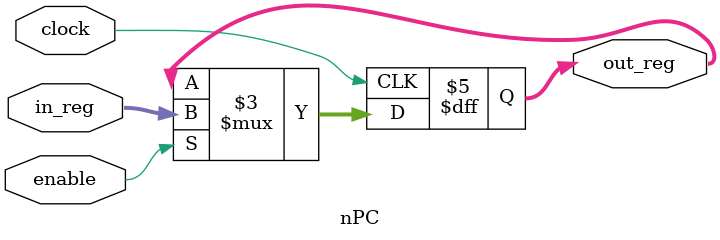
<source format=v>
module nPC(clock, enable, in_reg, out_reg);
    input clock, enable;
    input   [31:0] in_reg;
    output reg [31:0] out_reg;

    always@(posedge clock)
            if(enable)
                out_reg = in_reg;
endmodule


</source>
